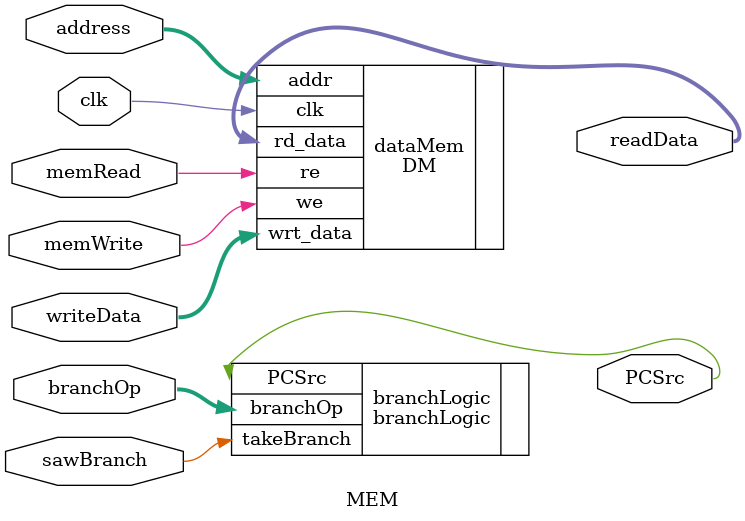
<source format=v>

module MEM(PCSrc, readData, memRead, memWrite, sawBranch, branchOp, clk, writeData, address);
  input [15:0] writeData;
  input sawBranch, memRead, memWrite, clk;
  input [2:0] branchOp;
  output [15:0] readData;
  output PCSrc;
  inout [15:0] address;
  
  DM dataMem(.clk(clk),.addr(address),.re(memRead),.we(memWrite),.wrt_data(writeData),.rd_data(readData));
  
  branchLogic branchLogic(.PCSrc(PCSrc), .takeBranch(sawBranch), .branchOp(branchOp));
  
  
endmodule
</source>
